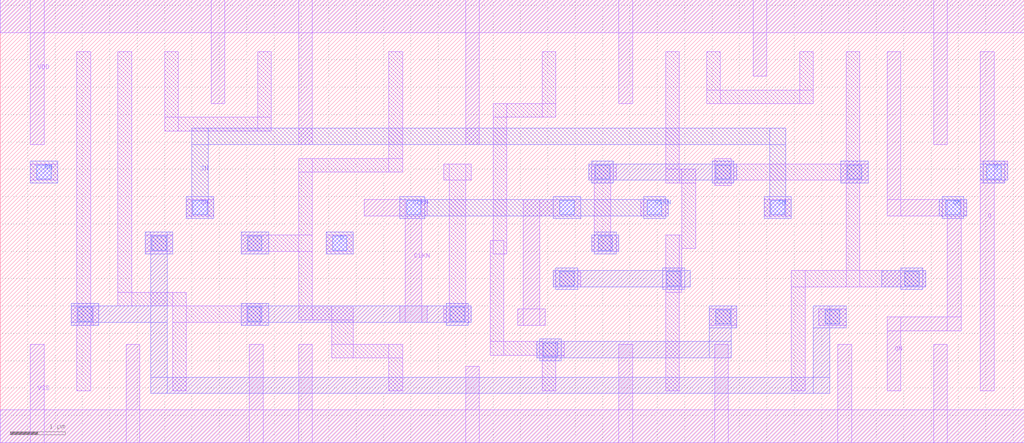
<source format=lef>
# Copyright 2022 Google LLC
# Licensed under the Apache License, Version 2.0 (the "License");
# you may not use this file except in compliance with the License.
# You may obtain a copy of the License at
#
#      http://www.apache.org/licenses/LICENSE-2.0
#
# Unless required by applicable law or agreed to in writing, software
# distributed under the License is distributed on an "AS IS" BASIS,
# WITHOUT WARRANTIES OR CONDITIONS OF ANY KIND, either express or implied.
# See the License for the specific language governing permissions and
# limitations under the License.
VERSION 5.7 ;
BUSBITCHARS "[]" ;
DIVIDERCHAR "/" ;

MACRO gf180mcu_osu_sc_gp12t3v3__dffsrn_1
  CLASS CORE ;
  ORIGIN 0 0 ;
  FOREIGN gf180mcu_osu_sc_gp12t3v3__dffsrn_1 0 0 ;
  SIZE 18.7 BY 8.1 ;
  SYMMETRY X Y ;
  SITE GF180_3p3_12t ;
  PIN VDD
    DIRECTION INOUT ;
    USE POWER ;
    SHAPE ABUTMENT ;
    PORT
      LAYER MET1 ;
        RECT 0 7.5 18.7 8.1 ;
        RECT 17.05 5.45 17.3 8.1 ;
        RECT 13.75 6.7 14 8.1 ;
        RECT 11.3 6.2 11.55 8.1 ;
        RECT 8.5 5.45 8.75 8.1 ;
        RECT 5.45 5.45 5.7 8.1 ;
        RECT 3.85 6.2 4.1 8.1 ;
        RECT 0.55 5.45 0.8 8.1 ;
    END
  END VDD
  PIN VSS
    DIRECTION INOUT ;
    USE GROUND ;
    PORT
      LAYER MET1 ;
        RECT 0 0 18.7 0.6 ;
        RECT 17.05 0 17.3 1.8 ;
        RECT 15.3 0 15.55 1.8 ;
        RECT 13.05 0 13.3 1.8 ;
        RECT 11.3 0 11.55 1.8 ;
        RECT 8.5 0 8.75 1.4 ;
        RECT 5.45 0 5.7 1.8 ;
        RECT 4.55 0 4.8 1.8 ;
        RECT 2.3 0 2.55 1.8 ;
        RECT 0.55 0 0.8 1.8 ;
    END
  END VSS
  PIN CLKN
    DIRECTION INPUT ;
    USE CLOCK ;
    PORT
      LAYER MET1 ;
        RECT 11.7 4.15 12.2 4.45 ;
        RECT 9.55 4.15 10.6 4.45 ;
        RECT 9.45 2.15 9.95 2.45 ;
        RECT 9.55 2.15 9.85 4.45 ;
        RECT 6.65 4.15 7.8 4.45 ;
        RECT 7.3 2.2 7.8 2.5 ;
        RECT 7.4 2.2 7.7 4.45 ;
      LAYER MET2 ;
        RECT 7.3 4.15 12.2 4.45 ;
        RECT 11.75 4.1 12.15 4.5 ;
        RECT 10.1 4.1 10.6 4.5 ;
        RECT 7.3 4.1 7.75 4.5 ;
      LAYER VIA12 ;
        RECT 7.42 4.17 7.68 4.43 ;
        RECT 10.22 4.17 10.48 4.43 ;
        RECT 11.82 4.17 12.08 4.43 ;
    END
  END CLKN
  PIN D
    DIRECTION INPUT ;
    USE SIGNAL ;
    PORT
      LAYER MET1 ;
        RECT 5.95 3.5 6.45 3.8 ;
      LAYER MET2 ;
        RECT 5.95 3.45 6.45 3.85 ;
      LAYER VIA12 ;
        RECT 6.07 3.52 6.33 3.78 ;
    END
  END D
  PIN Q
    DIRECTION OUTPUT ;
    USE SIGNAL ;
    PORT
      LAYER MET1 ;
        RECT 17.9 4.8 18.4 5.15 ;
        RECT 17.9 4.75 18.35 5.15 ;
        RECT 17.9 0.95 18.15 7.15 ;
      LAYER MET2 ;
        RECT 17.9 4.8 18.4 5.1 ;
        RECT 17.95 4.75 18.35 5.15 ;
      LAYER VIA12 ;
        RECT 18.02 4.82 18.28 5.08 ;
    END
  END Q
  PIN QN
    DIRECTION OUTPUT ;
    USE SIGNAL ;
    PORT
      LAYER MET1 ;
        RECT 16.2 4.15 17.65 4.45 ;
        RECT 17.3 2.05 17.55 4.45 ;
        RECT 16.2 2.05 17.55 2.3 ;
        RECT 16.2 4.15 16.45 7.15 ;
        RECT 16.2 0.95 16.45 2.3 ;
      LAYER MET2 ;
        RECT 17.15 4.15 17.65 4.45 ;
        RECT 17.2 4.1 17.6 4.5 ;
      LAYER VIA12 ;
        RECT 17.27 4.17 17.53 4.43 ;
    END
  END QN
  PIN RN
    DIRECTION INPUT ;
    USE SIGNAL ;
    PORT
      LAYER MET1 ;
        RECT 0.55 4.8 1.05 5.1 ;
      LAYER MET2 ;
        RECT 0.55 4.75 1.05 5.15 ;
      LAYER VIA12 ;
        RECT 0.67 4.82 0.93 5.08 ;
    END
  END RN
  PIN SN
    DIRECTION OUTPUT ;
    USE SIGNAL ;
    PORT
      LAYER MET1 ;
        RECT 13.95 4.15 14.45 4.45 ;
        RECT 3.4 4.15 3.9 4.45 ;
      LAYER MET2 ;
        RECT 13.95 4.1 14.45 4.5 ;
        RECT 3.5 5.45 14.35 5.75 ;
        RECT 14.05 4.1 14.35 5.75 ;
        RECT 3.4 4.1 3.9 4.5 ;
        RECT 3.5 4.1 3.8 5.75 ;
      LAYER VIA12 ;
        RECT 3.52 4.17 3.78 4.43 ;
        RECT 14.07 4.17 14.33 4.43 ;
    END
  END SN
  OBS
    LAYER MET2 ;
      RECT 16.45 2.8 16.85 3.2 ;
      RECT 16.1 2.85 16.9 3.15 ;
      RECT 2.65 3.45 3.15 3.85 ;
      RECT 2.75 0.9 3.05 3.85 ;
      RECT 1.3 2.15 1.8 2.55 ;
      RECT 14.85 2.1 15.45 2.5 ;
      RECT 1.3 2.2 3.05 2.5 ;
      RECT 14.85 0.9 15.15 2.5 ;
      RECT 2.75 0.9 15.15 1.2 ;
      RECT 12.95 2.1 13.45 2.5 ;
      RECT 12.95 1.55 13.35 2.5 ;
      RECT 9.85 1.5 10.25 1.9 ;
      RECT 9.8 1.55 13.35 1.85 ;
      RECT 13 4.75 13.4 5.15 ;
      RECT 10.8 4.75 11.2 5.15 ;
      RECT 10.75 4.8 13.45 5.1 ;
      RECT 12.1 2.8 12.5 3.2 ;
      RECT 10.15 2.8 10.55 3.2 ;
      RECT 10.1 2.85 12.6 3.15 ;
      RECT 10.85 3.45 11.25 3.85 ;
      RECT 10.8 3.5 11.3 3.8 ;
      RECT 8.15 2.15 8.55 2.55 ;
      RECT 4.4 2.15 4.9 2.55 ;
      RECT 4.4 2.2 8.6 2.5 ;
      RECT 15.35 4.75 15.85 5.15 ;
      RECT 4.4 3.45 4.9 3.85 ;
    LAYER VIA12 ;
      RECT 16.52 2.87 16.78 3.13 ;
      RECT 15.47 4.82 15.73 5.08 ;
      RECT 15.07 2.17 15.33 2.43 ;
      RECT 13.07 2.17 13.33 2.43 ;
      RECT 13.07 4.82 13.33 5.08 ;
      RECT 12.17 2.87 12.43 3.13 ;
      RECT 10.92 3.52 11.18 3.78 ;
      RECT 10.87 4.82 11.13 5.08 ;
      RECT 10.22 2.87 10.48 3.13 ;
      RECT 9.92 1.57 10.18 1.83 ;
      RECT 8.22 2.22 8.48 2.48 ;
      RECT 4.52 2.22 4.78 2.48 ;
      RECT 4.52 3.52 4.78 3.78 ;
      RECT 2.77 3.52 3.03 3.78 ;
      RECT 1.42 2.22 1.68 2.48 ;
    LAYER MET1 ;
      RECT 15.45 2.85 15.7 7.15 ;
      RECT 13.05 4.7 13.35 5.2 ;
      RECT 13.05 4.8 15.85 5.1 ;
      RECT 14.45 2.85 16.9 3.15 ;
      RECT 14.45 0.95 14.7 3.15 ;
      RECT 14.6 6.2 14.85 7.15 ;
      RECT 12.9 6.2 13.15 7.15 ;
      RECT 12.9 6.2 14.85 6.45 ;
      RECT 12.15 4.75 12.4 7.15 ;
      RECT 12.15 4.75 12.7 5 ;
      RECT 12.45 3.55 12.7 5 ;
      RECT 12.15 2.75 12.45 3.8 ;
      RECT 12.15 0.95 12.4 3.8 ;
      RECT 10.75 4.8 11.25 5.1 ;
      RECT 10.85 3.5 11.15 5.1 ;
      RECT 10.8 3.5 11.3 3.8 ;
      RECT 9.9 5.95 10.15 7.15 ;
      RECT 9 5.95 10.15 6.2 ;
      RECT 9 3.45 9.25 6.2 ;
      RECT 8.95 1.6 9.2 3.7 ;
      RECT 8.95 1.6 10.3 1.85 ;
      RECT 9.9 1.55 10.3 1.85 ;
      RECT 9.9 0.95 10.15 1.85 ;
      RECT 8.1 4.8 8.6 5.1 ;
      RECT 8.2 2.2 8.5 5.1 ;
      RECT 8.1 2.2 8.6 2.5 ;
      RECT 7.1 4.95 7.35 7.15 ;
      RECT 5.45 4.95 7.35 5.2 ;
      RECT 5.45 2.25 5.7 5.2 ;
      RECT 4.4 3.5 5.7 3.8 ;
      RECT 5.45 2.25 6.45 2.5 ;
      RECT 6.05 1.55 6.45 2.5 ;
      RECT 6.05 1.55 7.35 1.8 ;
      RECT 7.1 0.95 7.35 1.8 ;
      RECT 4.7 5.7 4.95 7.15 ;
      RECT 3 5.7 3.25 7.15 ;
      RECT 3 5.7 4.95 5.95 ;
      RECT 2.15 2.5 2.4 7.15 ;
      RECT 2.15 2.5 3.4 2.75 ;
      RECT 3.15 0.95 3.4 2.75 ;
      RECT 4.5 2.15 4.75 2.55 ;
      RECT 3.15 2.2 4.9 2.5 ;
      RECT 1.4 0.95 1.65 7.15 ;
      RECT 1.3 2.2 1.8 2.5 ;
      RECT 1.4 2.15 1.7 2.5 ;
      RECT 14.95 2.15 15.45 2.45 ;
      RECT 12.95 2.15 13.45 2.45 ;
      RECT 10.1 2.85 10.6 3.15 ;
      RECT 2.65 3.5 3.15 3.8 ;
  END
END gf180mcu_osu_sc_gp12t3v3__dffsrn_1

</source>
